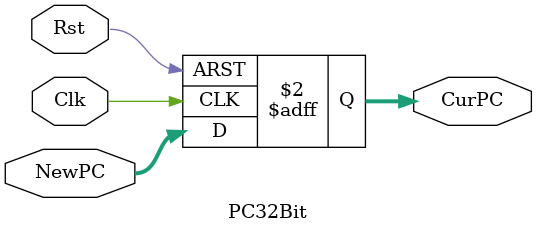
<source format=sv>
module PC32Bit (
    input logic Clk,
    input logic Rst,
    input logic [31:0] NewPC,
    output logic [31:0] CurPC
);
    always_ff @(posedge Clk or posedge Rst) begin
        
        if (Rst) begin
            CurPC <= 32'h0;
        end
        else begin
            CurPC <= NewPC;
        end
    end
endmodule
//Good

</source>
